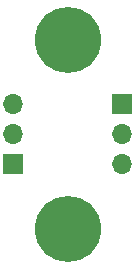
<source format=gbr>
%TF.GenerationSoftware,KiCad,Pcbnew,(6.0.9)*%
%TF.CreationDate,2023-01-02T08:45:48+01:00*%
%TF.ProjectId,WS2812B_Single_Dot,57533238-3132-4425-9f53-696e676c655f,rev?*%
%TF.SameCoordinates,Original*%
%TF.FileFunction,Soldermask,Bot*%
%TF.FilePolarity,Negative*%
%FSLAX46Y46*%
G04 Gerber Fmt 4.6, Leading zero omitted, Abs format (unit mm)*
G04 Created by KiCad (PCBNEW (6.0.9)) date 2023-01-02 08:45:48*
%MOMM*%
%LPD*%
G01*
G04 APERTURE LIST*
%ADD10C,5.600000*%
%ADD11R,1.700000X1.700000*%
%ADD12O,1.700000X1.700000*%
G04 APERTURE END LIST*
D10*
%TO.C,REF\u002A\u002A*%
X161400000Y-92200000D03*
%TD*%
D11*
%TO.C,J1*%
X156800000Y-102740000D03*
D12*
X156800000Y-100200000D03*
X156800000Y-97660000D03*
%TD*%
D11*
%TO.C,J2*%
X166000000Y-97660000D03*
D12*
X166000000Y-100200000D03*
X166000000Y-102740000D03*
%TD*%
D10*
%TO.C,REF\u002A\u002A*%
X161400000Y-108200000D03*
%TD*%
M02*

</source>
